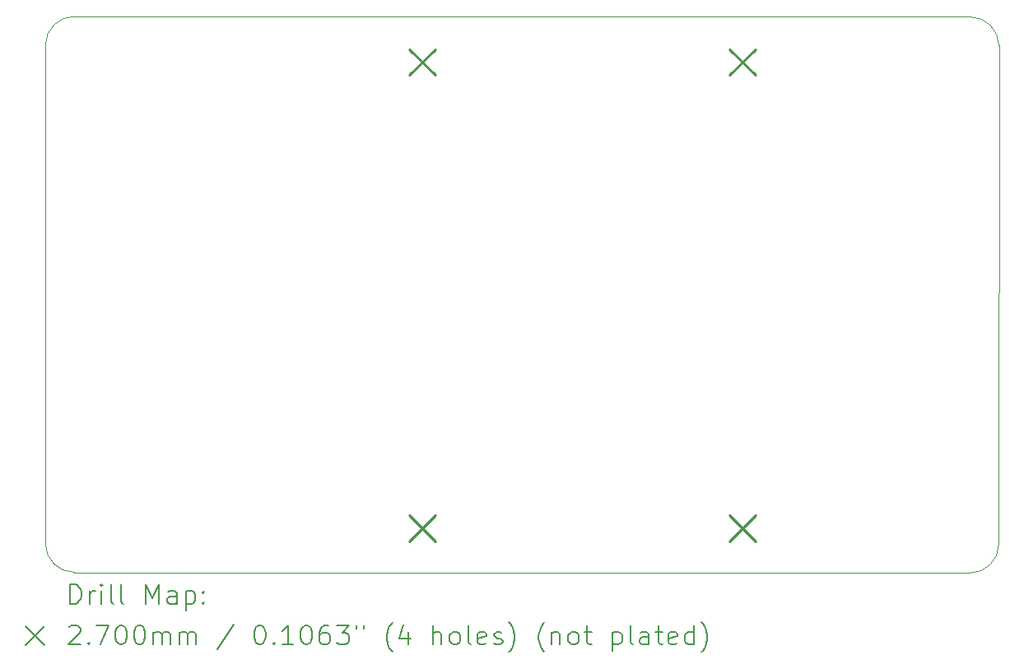
<source format=gbr>
%TF.GenerationSoftware,KiCad,Pcbnew,8.0.8*%
%TF.CreationDate,2025-07-30T13:34:18+02:00*%
%TF.ProjectId,overlord,6f766572-6c6f-4726-942e-6b696361645f,rev?*%
%TF.SameCoordinates,Original*%
%TF.FileFunction,Drillmap*%
%TF.FilePolarity,Positive*%
%FSLAX45Y45*%
G04 Gerber Fmt 4.5, Leading zero omitted, Abs format (unit mm)*
G04 Created by KiCad (PCBNEW 8.0.8) date 2025-07-30 13:34:18*
%MOMM*%
%LPD*%
G01*
G04 APERTURE LIST*
%ADD10C,0.100000*%
%ADD11C,0.200000*%
%ADD12C,0.270000*%
G04 APERTURE END LIST*
D10*
X16299736Y-5283984D02*
G75*
G02*
X16599689Y-5578722I4J-299996D01*
G01*
X6790000Y-5580000D02*
X6790000Y-10700000D01*
X6790000Y-5580000D02*
G75*
G02*
X7090000Y-5280000I300000J0D01*
G01*
X16597868Y-10707868D02*
X16600000Y-5590000D01*
X7090000Y-11000000D02*
G75*
G02*
X6790000Y-10700000I0J300000D01*
G01*
X7090000Y-5280000D02*
X16299737Y-5283984D01*
X7090000Y-11000000D02*
X16297868Y-11007868D01*
X16597868Y-10707868D02*
G75*
G02*
X16297868Y-11007868I-299998J-2D01*
G01*
X16600000Y-5590000D02*
X16599690Y-5578722D01*
D11*
D12*
X10529000Y-5615000D02*
X10799000Y-5885000D01*
X10799000Y-5615000D02*
X10529000Y-5885000D01*
X10529000Y-10415000D02*
X10799000Y-10685000D01*
X10799000Y-10415000D02*
X10529000Y-10685000D01*
X13829000Y-5615000D02*
X14099000Y-5885000D01*
X14099000Y-5615000D02*
X13829000Y-5885000D01*
X13829000Y-10415000D02*
X14099000Y-10685000D01*
X14099000Y-10415000D02*
X13829000Y-10685000D01*
D11*
X7045777Y-11324352D02*
X7045777Y-11124352D01*
X7045777Y-11124352D02*
X7093396Y-11124352D01*
X7093396Y-11124352D02*
X7121967Y-11133876D01*
X7121967Y-11133876D02*
X7141015Y-11152923D01*
X7141015Y-11152923D02*
X7150539Y-11171971D01*
X7150539Y-11171971D02*
X7160062Y-11210066D01*
X7160062Y-11210066D02*
X7160062Y-11238637D01*
X7160062Y-11238637D02*
X7150539Y-11276733D01*
X7150539Y-11276733D02*
X7141015Y-11295780D01*
X7141015Y-11295780D02*
X7121967Y-11314828D01*
X7121967Y-11314828D02*
X7093396Y-11324352D01*
X7093396Y-11324352D02*
X7045777Y-11324352D01*
X7245777Y-11324352D02*
X7245777Y-11191018D01*
X7245777Y-11229114D02*
X7255301Y-11210066D01*
X7255301Y-11210066D02*
X7264824Y-11200542D01*
X7264824Y-11200542D02*
X7283872Y-11191018D01*
X7283872Y-11191018D02*
X7302920Y-11191018D01*
X7369586Y-11324352D02*
X7369586Y-11191018D01*
X7369586Y-11124352D02*
X7360062Y-11133876D01*
X7360062Y-11133876D02*
X7369586Y-11143399D01*
X7369586Y-11143399D02*
X7379110Y-11133876D01*
X7379110Y-11133876D02*
X7369586Y-11124352D01*
X7369586Y-11124352D02*
X7369586Y-11143399D01*
X7493396Y-11324352D02*
X7474348Y-11314828D01*
X7474348Y-11314828D02*
X7464824Y-11295780D01*
X7464824Y-11295780D02*
X7464824Y-11124352D01*
X7598158Y-11324352D02*
X7579110Y-11314828D01*
X7579110Y-11314828D02*
X7569586Y-11295780D01*
X7569586Y-11295780D02*
X7569586Y-11124352D01*
X7826729Y-11324352D02*
X7826729Y-11124352D01*
X7826729Y-11124352D02*
X7893396Y-11267209D01*
X7893396Y-11267209D02*
X7960062Y-11124352D01*
X7960062Y-11124352D02*
X7960062Y-11324352D01*
X8141015Y-11324352D02*
X8141015Y-11219590D01*
X8141015Y-11219590D02*
X8131491Y-11200542D01*
X8131491Y-11200542D02*
X8112443Y-11191018D01*
X8112443Y-11191018D02*
X8074348Y-11191018D01*
X8074348Y-11191018D02*
X8055301Y-11200542D01*
X8141015Y-11314828D02*
X8121967Y-11324352D01*
X8121967Y-11324352D02*
X8074348Y-11324352D01*
X8074348Y-11324352D02*
X8055301Y-11314828D01*
X8055301Y-11314828D02*
X8045777Y-11295780D01*
X8045777Y-11295780D02*
X8045777Y-11276733D01*
X8045777Y-11276733D02*
X8055301Y-11257685D01*
X8055301Y-11257685D02*
X8074348Y-11248161D01*
X8074348Y-11248161D02*
X8121967Y-11248161D01*
X8121967Y-11248161D02*
X8141015Y-11238637D01*
X8236253Y-11191018D02*
X8236253Y-11391018D01*
X8236253Y-11200542D02*
X8255301Y-11191018D01*
X8255301Y-11191018D02*
X8293396Y-11191018D01*
X8293396Y-11191018D02*
X8312443Y-11200542D01*
X8312443Y-11200542D02*
X8321967Y-11210066D01*
X8321967Y-11210066D02*
X8331491Y-11229114D01*
X8331491Y-11229114D02*
X8331491Y-11286256D01*
X8331491Y-11286256D02*
X8321967Y-11305304D01*
X8321967Y-11305304D02*
X8312443Y-11314828D01*
X8312443Y-11314828D02*
X8293396Y-11324352D01*
X8293396Y-11324352D02*
X8255301Y-11324352D01*
X8255301Y-11324352D02*
X8236253Y-11314828D01*
X8417205Y-11305304D02*
X8426729Y-11314828D01*
X8426729Y-11314828D02*
X8417205Y-11324352D01*
X8417205Y-11324352D02*
X8407682Y-11314828D01*
X8407682Y-11314828D02*
X8417205Y-11305304D01*
X8417205Y-11305304D02*
X8417205Y-11324352D01*
X8417205Y-11200542D02*
X8426729Y-11210066D01*
X8426729Y-11210066D02*
X8417205Y-11219590D01*
X8417205Y-11219590D02*
X8407682Y-11210066D01*
X8407682Y-11210066D02*
X8417205Y-11200542D01*
X8417205Y-11200542D02*
X8417205Y-11219590D01*
X6585000Y-11552868D02*
X6785000Y-11752868D01*
X6785000Y-11552868D02*
X6585000Y-11752868D01*
X7036253Y-11563399D02*
X7045777Y-11553876D01*
X7045777Y-11553876D02*
X7064824Y-11544352D01*
X7064824Y-11544352D02*
X7112443Y-11544352D01*
X7112443Y-11544352D02*
X7131491Y-11553876D01*
X7131491Y-11553876D02*
X7141015Y-11563399D01*
X7141015Y-11563399D02*
X7150539Y-11582447D01*
X7150539Y-11582447D02*
X7150539Y-11601495D01*
X7150539Y-11601495D02*
X7141015Y-11630066D01*
X7141015Y-11630066D02*
X7026729Y-11744352D01*
X7026729Y-11744352D02*
X7150539Y-11744352D01*
X7236253Y-11725304D02*
X7245777Y-11734828D01*
X7245777Y-11734828D02*
X7236253Y-11744352D01*
X7236253Y-11744352D02*
X7226729Y-11734828D01*
X7226729Y-11734828D02*
X7236253Y-11725304D01*
X7236253Y-11725304D02*
X7236253Y-11744352D01*
X7312443Y-11544352D02*
X7445777Y-11544352D01*
X7445777Y-11544352D02*
X7360062Y-11744352D01*
X7560062Y-11544352D02*
X7579110Y-11544352D01*
X7579110Y-11544352D02*
X7598158Y-11553876D01*
X7598158Y-11553876D02*
X7607682Y-11563399D01*
X7607682Y-11563399D02*
X7617205Y-11582447D01*
X7617205Y-11582447D02*
X7626729Y-11620542D01*
X7626729Y-11620542D02*
X7626729Y-11668161D01*
X7626729Y-11668161D02*
X7617205Y-11706256D01*
X7617205Y-11706256D02*
X7607682Y-11725304D01*
X7607682Y-11725304D02*
X7598158Y-11734828D01*
X7598158Y-11734828D02*
X7579110Y-11744352D01*
X7579110Y-11744352D02*
X7560062Y-11744352D01*
X7560062Y-11744352D02*
X7541015Y-11734828D01*
X7541015Y-11734828D02*
X7531491Y-11725304D01*
X7531491Y-11725304D02*
X7521967Y-11706256D01*
X7521967Y-11706256D02*
X7512443Y-11668161D01*
X7512443Y-11668161D02*
X7512443Y-11620542D01*
X7512443Y-11620542D02*
X7521967Y-11582447D01*
X7521967Y-11582447D02*
X7531491Y-11563399D01*
X7531491Y-11563399D02*
X7541015Y-11553876D01*
X7541015Y-11553876D02*
X7560062Y-11544352D01*
X7750539Y-11544352D02*
X7769586Y-11544352D01*
X7769586Y-11544352D02*
X7788634Y-11553876D01*
X7788634Y-11553876D02*
X7798158Y-11563399D01*
X7798158Y-11563399D02*
X7807682Y-11582447D01*
X7807682Y-11582447D02*
X7817205Y-11620542D01*
X7817205Y-11620542D02*
X7817205Y-11668161D01*
X7817205Y-11668161D02*
X7807682Y-11706256D01*
X7807682Y-11706256D02*
X7798158Y-11725304D01*
X7798158Y-11725304D02*
X7788634Y-11734828D01*
X7788634Y-11734828D02*
X7769586Y-11744352D01*
X7769586Y-11744352D02*
X7750539Y-11744352D01*
X7750539Y-11744352D02*
X7731491Y-11734828D01*
X7731491Y-11734828D02*
X7721967Y-11725304D01*
X7721967Y-11725304D02*
X7712443Y-11706256D01*
X7712443Y-11706256D02*
X7702920Y-11668161D01*
X7702920Y-11668161D02*
X7702920Y-11620542D01*
X7702920Y-11620542D02*
X7712443Y-11582447D01*
X7712443Y-11582447D02*
X7721967Y-11563399D01*
X7721967Y-11563399D02*
X7731491Y-11553876D01*
X7731491Y-11553876D02*
X7750539Y-11544352D01*
X7902920Y-11744352D02*
X7902920Y-11611018D01*
X7902920Y-11630066D02*
X7912443Y-11620542D01*
X7912443Y-11620542D02*
X7931491Y-11611018D01*
X7931491Y-11611018D02*
X7960063Y-11611018D01*
X7960063Y-11611018D02*
X7979110Y-11620542D01*
X7979110Y-11620542D02*
X7988634Y-11639590D01*
X7988634Y-11639590D02*
X7988634Y-11744352D01*
X7988634Y-11639590D02*
X7998158Y-11620542D01*
X7998158Y-11620542D02*
X8017205Y-11611018D01*
X8017205Y-11611018D02*
X8045777Y-11611018D01*
X8045777Y-11611018D02*
X8064824Y-11620542D01*
X8064824Y-11620542D02*
X8074348Y-11639590D01*
X8074348Y-11639590D02*
X8074348Y-11744352D01*
X8169586Y-11744352D02*
X8169586Y-11611018D01*
X8169586Y-11630066D02*
X8179110Y-11620542D01*
X8179110Y-11620542D02*
X8198158Y-11611018D01*
X8198158Y-11611018D02*
X8226729Y-11611018D01*
X8226729Y-11611018D02*
X8245777Y-11620542D01*
X8245777Y-11620542D02*
X8255301Y-11639590D01*
X8255301Y-11639590D02*
X8255301Y-11744352D01*
X8255301Y-11639590D02*
X8264824Y-11620542D01*
X8264824Y-11620542D02*
X8283872Y-11611018D01*
X8283872Y-11611018D02*
X8312443Y-11611018D01*
X8312443Y-11611018D02*
X8331491Y-11620542D01*
X8331491Y-11620542D02*
X8341015Y-11639590D01*
X8341015Y-11639590D02*
X8341015Y-11744352D01*
X8731491Y-11534828D02*
X8560063Y-11791971D01*
X8988634Y-11544352D02*
X9007682Y-11544352D01*
X9007682Y-11544352D02*
X9026729Y-11553876D01*
X9026729Y-11553876D02*
X9036253Y-11563399D01*
X9036253Y-11563399D02*
X9045777Y-11582447D01*
X9045777Y-11582447D02*
X9055301Y-11620542D01*
X9055301Y-11620542D02*
X9055301Y-11668161D01*
X9055301Y-11668161D02*
X9045777Y-11706256D01*
X9045777Y-11706256D02*
X9036253Y-11725304D01*
X9036253Y-11725304D02*
X9026729Y-11734828D01*
X9026729Y-11734828D02*
X9007682Y-11744352D01*
X9007682Y-11744352D02*
X8988634Y-11744352D01*
X8988634Y-11744352D02*
X8969587Y-11734828D01*
X8969587Y-11734828D02*
X8960063Y-11725304D01*
X8960063Y-11725304D02*
X8950539Y-11706256D01*
X8950539Y-11706256D02*
X8941015Y-11668161D01*
X8941015Y-11668161D02*
X8941015Y-11620542D01*
X8941015Y-11620542D02*
X8950539Y-11582447D01*
X8950539Y-11582447D02*
X8960063Y-11563399D01*
X8960063Y-11563399D02*
X8969587Y-11553876D01*
X8969587Y-11553876D02*
X8988634Y-11544352D01*
X9141015Y-11725304D02*
X9150539Y-11734828D01*
X9150539Y-11734828D02*
X9141015Y-11744352D01*
X9141015Y-11744352D02*
X9131491Y-11734828D01*
X9131491Y-11734828D02*
X9141015Y-11725304D01*
X9141015Y-11725304D02*
X9141015Y-11744352D01*
X9341015Y-11744352D02*
X9226729Y-11744352D01*
X9283872Y-11744352D02*
X9283872Y-11544352D01*
X9283872Y-11544352D02*
X9264825Y-11572923D01*
X9264825Y-11572923D02*
X9245777Y-11591971D01*
X9245777Y-11591971D02*
X9226729Y-11601495D01*
X9464825Y-11544352D02*
X9483872Y-11544352D01*
X9483872Y-11544352D02*
X9502920Y-11553876D01*
X9502920Y-11553876D02*
X9512444Y-11563399D01*
X9512444Y-11563399D02*
X9521968Y-11582447D01*
X9521968Y-11582447D02*
X9531491Y-11620542D01*
X9531491Y-11620542D02*
X9531491Y-11668161D01*
X9531491Y-11668161D02*
X9521968Y-11706256D01*
X9521968Y-11706256D02*
X9512444Y-11725304D01*
X9512444Y-11725304D02*
X9502920Y-11734828D01*
X9502920Y-11734828D02*
X9483872Y-11744352D01*
X9483872Y-11744352D02*
X9464825Y-11744352D01*
X9464825Y-11744352D02*
X9445777Y-11734828D01*
X9445777Y-11734828D02*
X9436253Y-11725304D01*
X9436253Y-11725304D02*
X9426729Y-11706256D01*
X9426729Y-11706256D02*
X9417206Y-11668161D01*
X9417206Y-11668161D02*
X9417206Y-11620542D01*
X9417206Y-11620542D02*
X9426729Y-11582447D01*
X9426729Y-11582447D02*
X9436253Y-11563399D01*
X9436253Y-11563399D02*
X9445777Y-11553876D01*
X9445777Y-11553876D02*
X9464825Y-11544352D01*
X9702920Y-11544352D02*
X9664825Y-11544352D01*
X9664825Y-11544352D02*
X9645777Y-11553876D01*
X9645777Y-11553876D02*
X9636253Y-11563399D01*
X9636253Y-11563399D02*
X9617206Y-11591971D01*
X9617206Y-11591971D02*
X9607682Y-11630066D01*
X9607682Y-11630066D02*
X9607682Y-11706256D01*
X9607682Y-11706256D02*
X9617206Y-11725304D01*
X9617206Y-11725304D02*
X9626729Y-11734828D01*
X9626729Y-11734828D02*
X9645777Y-11744352D01*
X9645777Y-11744352D02*
X9683872Y-11744352D01*
X9683872Y-11744352D02*
X9702920Y-11734828D01*
X9702920Y-11734828D02*
X9712444Y-11725304D01*
X9712444Y-11725304D02*
X9721968Y-11706256D01*
X9721968Y-11706256D02*
X9721968Y-11658637D01*
X9721968Y-11658637D02*
X9712444Y-11639590D01*
X9712444Y-11639590D02*
X9702920Y-11630066D01*
X9702920Y-11630066D02*
X9683872Y-11620542D01*
X9683872Y-11620542D02*
X9645777Y-11620542D01*
X9645777Y-11620542D02*
X9626729Y-11630066D01*
X9626729Y-11630066D02*
X9617206Y-11639590D01*
X9617206Y-11639590D02*
X9607682Y-11658637D01*
X9788634Y-11544352D02*
X9912444Y-11544352D01*
X9912444Y-11544352D02*
X9845777Y-11620542D01*
X9845777Y-11620542D02*
X9874349Y-11620542D01*
X9874349Y-11620542D02*
X9893396Y-11630066D01*
X9893396Y-11630066D02*
X9902920Y-11639590D01*
X9902920Y-11639590D02*
X9912444Y-11658637D01*
X9912444Y-11658637D02*
X9912444Y-11706256D01*
X9912444Y-11706256D02*
X9902920Y-11725304D01*
X9902920Y-11725304D02*
X9893396Y-11734828D01*
X9893396Y-11734828D02*
X9874349Y-11744352D01*
X9874349Y-11744352D02*
X9817206Y-11744352D01*
X9817206Y-11744352D02*
X9798158Y-11734828D01*
X9798158Y-11734828D02*
X9788634Y-11725304D01*
X9988634Y-11544352D02*
X9988634Y-11582447D01*
X10064825Y-11544352D02*
X10064825Y-11582447D01*
X10360063Y-11820542D02*
X10350539Y-11811018D01*
X10350539Y-11811018D02*
X10331491Y-11782447D01*
X10331491Y-11782447D02*
X10321968Y-11763399D01*
X10321968Y-11763399D02*
X10312444Y-11734828D01*
X10312444Y-11734828D02*
X10302920Y-11687209D01*
X10302920Y-11687209D02*
X10302920Y-11649114D01*
X10302920Y-11649114D02*
X10312444Y-11601495D01*
X10312444Y-11601495D02*
X10321968Y-11572923D01*
X10321968Y-11572923D02*
X10331491Y-11553876D01*
X10331491Y-11553876D02*
X10350539Y-11525304D01*
X10350539Y-11525304D02*
X10360063Y-11515780D01*
X10521968Y-11611018D02*
X10521968Y-11744352D01*
X10474349Y-11534828D02*
X10426730Y-11677685D01*
X10426730Y-11677685D02*
X10550539Y-11677685D01*
X10779111Y-11744352D02*
X10779111Y-11544352D01*
X10864825Y-11744352D02*
X10864825Y-11639590D01*
X10864825Y-11639590D02*
X10855301Y-11620542D01*
X10855301Y-11620542D02*
X10836253Y-11611018D01*
X10836253Y-11611018D02*
X10807682Y-11611018D01*
X10807682Y-11611018D02*
X10788634Y-11620542D01*
X10788634Y-11620542D02*
X10779111Y-11630066D01*
X10988634Y-11744352D02*
X10969587Y-11734828D01*
X10969587Y-11734828D02*
X10960063Y-11725304D01*
X10960063Y-11725304D02*
X10950539Y-11706256D01*
X10950539Y-11706256D02*
X10950539Y-11649114D01*
X10950539Y-11649114D02*
X10960063Y-11630066D01*
X10960063Y-11630066D02*
X10969587Y-11620542D01*
X10969587Y-11620542D02*
X10988634Y-11611018D01*
X10988634Y-11611018D02*
X11017206Y-11611018D01*
X11017206Y-11611018D02*
X11036253Y-11620542D01*
X11036253Y-11620542D02*
X11045777Y-11630066D01*
X11045777Y-11630066D02*
X11055301Y-11649114D01*
X11055301Y-11649114D02*
X11055301Y-11706256D01*
X11055301Y-11706256D02*
X11045777Y-11725304D01*
X11045777Y-11725304D02*
X11036253Y-11734828D01*
X11036253Y-11734828D02*
X11017206Y-11744352D01*
X11017206Y-11744352D02*
X10988634Y-11744352D01*
X11169587Y-11744352D02*
X11150539Y-11734828D01*
X11150539Y-11734828D02*
X11141015Y-11715780D01*
X11141015Y-11715780D02*
X11141015Y-11544352D01*
X11321968Y-11734828D02*
X11302920Y-11744352D01*
X11302920Y-11744352D02*
X11264825Y-11744352D01*
X11264825Y-11744352D02*
X11245777Y-11734828D01*
X11245777Y-11734828D02*
X11236253Y-11715780D01*
X11236253Y-11715780D02*
X11236253Y-11639590D01*
X11236253Y-11639590D02*
X11245777Y-11620542D01*
X11245777Y-11620542D02*
X11264825Y-11611018D01*
X11264825Y-11611018D02*
X11302920Y-11611018D01*
X11302920Y-11611018D02*
X11321968Y-11620542D01*
X11321968Y-11620542D02*
X11331491Y-11639590D01*
X11331491Y-11639590D02*
X11331491Y-11658637D01*
X11331491Y-11658637D02*
X11236253Y-11677685D01*
X11407682Y-11734828D02*
X11426730Y-11744352D01*
X11426730Y-11744352D02*
X11464825Y-11744352D01*
X11464825Y-11744352D02*
X11483872Y-11734828D01*
X11483872Y-11734828D02*
X11493396Y-11715780D01*
X11493396Y-11715780D02*
X11493396Y-11706256D01*
X11493396Y-11706256D02*
X11483872Y-11687209D01*
X11483872Y-11687209D02*
X11464825Y-11677685D01*
X11464825Y-11677685D02*
X11436253Y-11677685D01*
X11436253Y-11677685D02*
X11417206Y-11668161D01*
X11417206Y-11668161D02*
X11407682Y-11649114D01*
X11407682Y-11649114D02*
X11407682Y-11639590D01*
X11407682Y-11639590D02*
X11417206Y-11620542D01*
X11417206Y-11620542D02*
X11436253Y-11611018D01*
X11436253Y-11611018D02*
X11464825Y-11611018D01*
X11464825Y-11611018D02*
X11483872Y-11620542D01*
X11560063Y-11820542D02*
X11569587Y-11811018D01*
X11569587Y-11811018D02*
X11588634Y-11782447D01*
X11588634Y-11782447D02*
X11598158Y-11763399D01*
X11598158Y-11763399D02*
X11607682Y-11734828D01*
X11607682Y-11734828D02*
X11617206Y-11687209D01*
X11617206Y-11687209D02*
X11617206Y-11649114D01*
X11617206Y-11649114D02*
X11607682Y-11601495D01*
X11607682Y-11601495D02*
X11598158Y-11572923D01*
X11598158Y-11572923D02*
X11588634Y-11553876D01*
X11588634Y-11553876D02*
X11569587Y-11525304D01*
X11569587Y-11525304D02*
X11560063Y-11515780D01*
X11921968Y-11820542D02*
X11912444Y-11811018D01*
X11912444Y-11811018D02*
X11893396Y-11782447D01*
X11893396Y-11782447D02*
X11883872Y-11763399D01*
X11883872Y-11763399D02*
X11874349Y-11734828D01*
X11874349Y-11734828D02*
X11864825Y-11687209D01*
X11864825Y-11687209D02*
X11864825Y-11649114D01*
X11864825Y-11649114D02*
X11874349Y-11601495D01*
X11874349Y-11601495D02*
X11883872Y-11572923D01*
X11883872Y-11572923D02*
X11893396Y-11553876D01*
X11893396Y-11553876D02*
X11912444Y-11525304D01*
X11912444Y-11525304D02*
X11921968Y-11515780D01*
X11998158Y-11611018D02*
X11998158Y-11744352D01*
X11998158Y-11630066D02*
X12007682Y-11620542D01*
X12007682Y-11620542D02*
X12026730Y-11611018D01*
X12026730Y-11611018D02*
X12055301Y-11611018D01*
X12055301Y-11611018D02*
X12074349Y-11620542D01*
X12074349Y-11620542D02*
X12083872Y-11639590D01*
X12083872Y-11639590D02*
X12083872Y-11744352D01*
X12207682Y-11744352D02*
X12188634Y-11734828D01*
X12188634Y-11734828D02*
X12179111Y-11725304D01*
X12179111Y-11725304D02*
X12169587Y-11706256D01*
X12169587Y-11706256D02*
X12169587Y-11649114D01*
X12169587Y-11649114D02*
X12179111Y-11630066D01*
X12179111Y-11630066D02*
X12188634Y-11620542D01*
X12188634Y-11620542D02*
X12207682Y-11611018D01*
X12207682Y-11611018D02*
X12236253Y-11611018D01*
X12236253Y-11611018D02*
X12255301Y-11620542D01*
X12255301Y-11620542D02*
X12264825Y-11630066D01*
X12264825Y-11630066D02*
X12274349Y-11649114D01*
X12274349Y-11649114D02*
X12274349Y-11706256D01*
X12274349Y-11706256D02*
X12264825Y-11725304D01*
X12264825Y-11725304D02*
X12255301Y-11734828D01*
X12255301Y-11734828D02*
X12236253Y-11744352D01*
X12236253Y-11744352D02*
X12207682Y-11744352D01*
X12331492Y-11611018D02*
X12407682Y-11611018D01*
X12360063Y-11544352D02*
X12360063Y-11715780D01*
X12360063Y-11715780D02*
X12369587Y-11734828D01*
X12369587Y-11734828D02*
X12388634Y-11744352D01*
X12388634Y-11744352D02*
X12407682Y-11744352D01*
X12626730Y-11611018D02*
X12626730Y-11811018D01*
X12626730Y-11620542D02*
X12645777Y-11611018D01*
X12645777Y-11611018D02*
X12683873Y-11611018D01*
X12683873Y-11611018D02*
X12702920Y-11620542D01*
X12702920Y-11620542D02*
X12712444Y-11630066D01*
X12712444Y-11630066D02*
X12721968Y-11649114D01*
X12721968Y-11649114D02*
X12721968Y-11706256D01*
X12721968Y-11706256D02*
X12712444Y-11725304D01*
X12712444Y-11725304D02*
X12702920Y-11734828D01*
X12702920Y-11734828D02*
X12683873Y-11744352D01*
X12683873Y-11744352D02*
X12645777Y-11744352D01*
X12645777Y-11744352D02*
X12626730Y-11734828D01*
X12836253Y-11744352D02*
X12817206Y-11734828D01*
X12817206Y-11734828D02*
X12807682Y-11715780D01*
X12807682Y-11715780D02*
X12807682Y-11544352D01*
X12998158Y-11744352D02*
X12998158Y-11639590D01*
X12998158Y-11639590D02*
X12988634Y-11620542D01*
X12988634Y-11620542D02*
X12969587Y-11611018D01*
X12969587Y-11611018D02*
X12931492Y-11611018D01*
X12931492Y-11611018D02*
X12912444Y-11620542D01*
X12998158Y-11734828D02*
X12979111Y-11744352D01*
X12979111Y-11744352D02*
X12931492Y-11744352D01*
X12931492Y-11744352D02*
X12912444Y-11734828D01*
X12912444Y-11734828D02*
X12902920Y-11715780D01*
X12902920Y-11715780D02*
X12902920Y-11696733D01*
X12902920Y-11696733D02*
X12912444Y-11677685D01*
X12912444Y-11677685D02*
X12931492Y-11668161D01*
X12931492Y-11668161D02*
X12979111Y-11668161D01*
X12979111Y-11668161D02*
X12998158Y-11658637D01*
X13064825Y-11611018D02*
X13141015Y-11611018D01*
X13093396Y-11544352D02*
X13093396Y-11715780D01*
X13093396Y-11715780D02*
X13102920Y-11734828D01*
X13102920Y-11734828D02*
X13121968Y-11744352D01*
X13121968Y-11744352D02*
X13141015Y-11744352D01*
X13283873Y-11734828D02*
X13264825Y-11744352D01*
X13264825Y-11744352D02*
X13226730Y-11744352D01*
X13226730Y-11744352D02*
X13207682Y-11734828D01*
X13207682Y-11734828D02*
X13198158Y-11715780D01*
X13198158Y-11715780D02*
X13198158Y-11639590D01*
X13198158Y-11639590D02*
X13207682Y-11620542D01*
X13207682Y-11620542D02*
X13226730Y-11611018D01*
X13226730Y-11611018D02*
X13264825Y-11611018D01*
X13264825Y-11611018D02*
X13283873Y-11620542D01*
X13283873Y-11620542D02*
X13293396Y-11639590D01*
X13293396Y-11639590D02*
X13293396Y-11658637D01*
X13293396Y-11658637D02*
X13198158Y-11677685D01*
X13464825Y-11744352D02*
X13464825Y-11544352D01*
X13464825Y-11734828D02*
X13445777Y-11744352D01*
X13445777Y-11744352D02*
X13407682Y-11744352D01*
X13407682Y-11744352D02*
X13388634Y-11734828D01*
X13388634Y-11734828D02*
X13379111Y-11725304D01*
X13379111Y-11725304D02*
X13369587Y-11706256D01*
X13369587Y-11706256D02*
X13369587Y-11649114D01*
X13369587Y-11649114D02*
X13379111Y-11630066D01*
X13379111Y-11630066D02*
X13388634Y-11620542D01*
X13388634Y-11620542D02*
X13407682Y-11611018D01*
X13407682Y-11611018D02*
X13445777Y-11611018D01*
X13445777Y-11611018D02*
X13464825Y-11620542D01*
X13541015Y-11820542D02*
X13550539Y-11811018D01*
X13550539Y-11811018D02*
X13569587Y-11782447D01*
X13569587Y-11782447D02*
X13579111Y-11763399D01*
X13579111Y-11763399D02*
X13588634Y-11734828D01*
X13588634Y-11734828D02*
X13598158Y-11687209D01*
X13598158Y-11687209D02*
X13598158Y-11649114D01*
X13598158Y-11649114D02*
X13588634Y-11601495D01*
X13588634Y-11601495D02*
X13579111Y-11572923D01*
X13579111Y-11572923D02*
X13569587Y-11553876D01*
X13569587Y-11553876D02*
X13550539Y-11525304D01*
X13550539Y-11525304D02*
X13541015Y-11515780D01*
M02*

</source>
